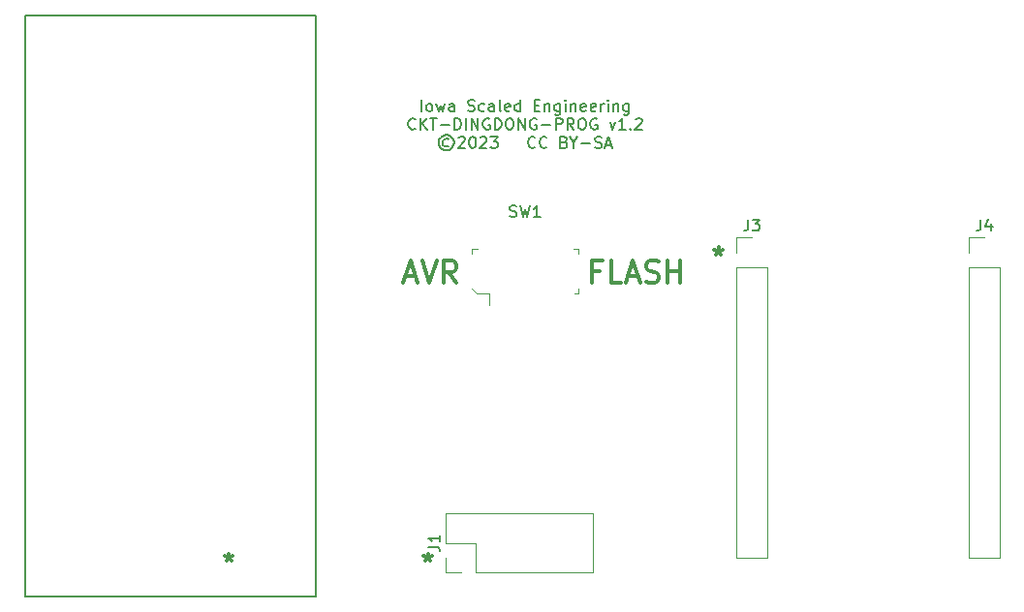
<source format=gto>
G04 #@! TF.GenerationSoftware,KiCad,Pcbnew,6.0.2+dfsg-1*
G04 #@! TF.CreationDate,2023-12-10T15:56:56-07:00*
G04 #@! TF.ProjectId,ckt-dingdong-prog,636b742d-6469-46e6-9764-6f6e672d7072,rev?*
G04 #@! TF.SameCoordinates,Original*
G04 #@! TF.FileFunction,Legend,Top*
G04 #@! TF.FilePolarity,Positive*
%FSLAX46Y46*%
G04 Gerber Fmt 4.6, Leading zero omitted, Abs format (unit mm)*
G04 Created by KiCad (PCBNEW 6.0.2+dfsg-1) date 2023-12-10 15:56:56*
%MOMM*%
%LPD*%
G01*
G04 APERTURE LIST*
%ADD10C,0.150000*%
%ADD11C,0.300000*%
%ADD12C,0.304800*%
%ADD13C,0.120000*%
%ADD14C,0.100000*%
G04 APERTURE END LIST*
D10*
X50800000Y-68199000D02*
X76200000Y-68199000D01*
X76200000Y-68199000D02*
X76200000Y-118999000D01*
X76200000Y-118999000D02*
X50800000Y-118999000D01*
X50800000Y-118999000D02*
X50800000Y-68199000D01*
D11*
X111379000Y-88459571D02*
X111379000Y-88816714D01*
X111021857Y-88673857D02*
X111379000Y-88816714D01*
X111736142Y-88673857D01*
X111164714Y-89102428D02*
X111379000Y-88816714D01*
X111593285Y-89102428D01*
D12*
X100981691Y-90541928D02*
X100346691Y-90541928D01*
X100346691Y-91539785D02*
X100346691Y-89634785D01*
X101253834Y-89634785D01*
X102886691Y-91539785D02*
X101979548Y-91539785D01*
X101979548Y-89634785D01*
X103430977Y-90995500D02*
X104338120Y-90995500D01*
X103249548Y-91539785D02*
X103884548Y-89634785D01*
X104519548Y-91539785D01*
X105063834Y-91449071D02*
X105335977Y-91539785D01*
X105789548Y-91539785D01*
X105970977Y-91449071D01*
X106061691Y-91358357D01*
X106152405Y-91176928D01*
X106152405Y-90995500D01*
X106061691Y-90814071D01*
X105970977Y-90723357D01*
X105789548Y-90632642D01*
X105426691Y-90541928D01*
X105245262Y-90451214D01*
X105154548Y-90360500D01*
X105063834Y-90179071D01*
X105063834Y-89997642D01*
X105154548Y-89816214D01*
X105245262Y-89725500D01*
X105426691Y-89634785D01*
X105880262Y-89634785D01*
X106152405Y-89725500D01*
X106968834Y-91539785D02*
X106968834Y-89634785D01*
X106968834Y-90541928D02*
X108057405Y-90541928D01*
X108057405Y-91539785D02*
X108057405Y-89634785D01*
D11*
X85979000Y-115256571D02*
X85979000Y-115613714D01*
X85621857Y-115470857D02*
X85979000Y-115613714D01*
X86336142Y-115470857D01*
X85764714Y-115899428D02*
X85979000Y-115613714D01*
X86193285Y-115899428D01*
D10*
X85440380Y-76566380D02*
X85440380Y-75566380D01*
X86059428Y-76566380D02*
X85964190Y-76518761D01*
X85916571Y-76471142D01*
X85868952Y-76375904D01*
X85868952Y-76090190D01*
X85916571Y-75994952D01*
X85964190Y-75947333D01*
X86059428Y-75899714D01*
X86202285Y-75899714D01*
X86297523Y-75947333D01*
X86345142Y-75994952D01*
X86392761Y-76090190D01*
X86392761Y-76375904D01*
X86345142Y-76471142D01*
X86297523Y-76518761D01*
X86202285Y-76566380D01*
X86059428Y-76566380D01*
X86726095Y-75899714D02*
X86916571Y-76566380D01*
X87107047Y-76090190D01*
X87297523Y-76566380D01*
X87488000Y-75899714D01*
X88297523Y-76566380D02*
X88297523Y-76042571D01*
X88249904Y-75947333D01*
X88154666Y-75899714D01*
X87964190Y-75899714D01*
X87868952Y-75947333D01*
X88297523Y-76518761D02*
X88202285Y-76566380D01*
X87964190Y-76566380D01*
X87868952Y-76518761D01*
X87821333Y-76423523D01*
X87821333Y-76328285D01*
X87868952Y-76233047D01*
X87964190Y-76185428D01*
X88202285Y-76185428D01*
X88297523Y-76137809D01*
X89488000Y-76518761D02*
X89630857Y-76566380D01*
X89868952Y-76566380D01*
X89964190Y-76518761D01*
X90011809Y-76471142D01*
X90059428Y-76375904D01*
X90059428Y-76280666D01*
X90011809Y-76185428D01*
X89964190Y-76137809D01*
X89868952Y-76090190D01*
X89678476Y-76042571D01*
X89583238Y-75994952D01*
X89535619Y-75947333D01*
X89488000Y-75852095D01*
X89488000Y-75756857D01*
X89535619Y-75661619D01*
X89583238Y-75614000D01*
X89678476Y-75566380D01*
X89916571Y-75566380D01*
X90059428Y-75614000D01*
X90916571Y-76518761D02*
X90821333Y-76566380D01*
X90630857Y-76566380D01*
X90535619Y-76518761D01*
X90488000Y-76471142D01*
X90440380Y-76375904D01*
X90440380Y-76090190D01*
X90488000Y-75994952D01*
X90535619Y-75947333D01*
X90630857Y-75899714D01*
X90821333Y-75899714D01*
X90916571Y-75947333D01*
X91773714Y-76566380D02*
X91773714Y-76042571D01*
X91726095Y-75947333D01*
X91630857Y-75899714D01*
X91440380Y-75899714D01*
X91345142Y-75947333D01*
X91773714Y-76518761D02*
X91678476Y-76566380D01*
X91440380Y-76566380D01*
X91345142Y-76518761D01*
X91297523Y-76423523D01*
X91297523Y-76328285D01*
X91345142Y-76233047D01*
X91440380Y-76185428D01*
X91678476Y-76185428D01*
X91773714Y-76137809D01*
X92392761Y-76566380D02*
X92297523Y-76518761D01*
X92249904Y-76423523D01*
X92249904Y-75566380D01*
X93154666Y-76518761D02*
X93059428Y-76566380D01*
X92868952Y-76566380D01*
X92773714Y-76518761D01*
X92726095Y-76423523D01*
X92726095Y-76042571D01*
X92773714Y-75947333D01*
X92868952Y-75899714D01*
X93059428Y-75899714D01*
X93154666Y-75947333D01*
X93202285Y-76042571D01*
X93202285Y-76137809D01*
X92726095Y-76233047D01*
X94059428Y-76566380D02*
X94059428Y-75566380D01*
X94059428Y-76518761D02*
X93964190Y-76566380D01*
X93773714Y-76566380D01*
X93678476Y-76518761D01*
X93630857Y-76471142D01*
X93583238Y-76375904D01*
X93583238Y-76090190D01*
X93630857Y-75994952D01*
X93678476Y-75947333D01*
X93773714Y-75899714D01*
X93964190Y-75899714D01*
X94059428Y-75947333D01*
X95297523Y-76042571D02*
X95630857Y-76042571D01*
X95773714Y-76566380D02*
X95297523Y-76566380D01*
X95297523Y-75566380D01*
X95773714Y-75566380D01*
X96202285Y-75899714D02*
X96202285Y-76566380D01*
X96202285Y-75994952D02*
X96249904Y-75947333D01*
X96345142Y-75899714D01*
X96488000Y-75899714D01*
X96583238Y-75947333D01*
X96630857Y-76042571D01*
X96630857Y-76566380D01*
X97535619Y-75899714D02*
X97535619Y-76709238D01*
X97488000Y-76804476D01*
X97440380Y-76852095D01*
X97345142Y-76899714D01*
X97202285Y-76899714D01*
X97107047Y-76852095D01*
X97535619Y-76518761D02*
X97440380Y-76566380D01*
X97249904Y-76566380D01*
X97154666Y-76518761D01*
X97107047Y-76471142D01*
X97059428Y-76375904D01*
X97059428Y-76090190D01*
X97107047Y-75994952D01*
X97154666Y-75947333D01*
X97249904Y-75899714D01*
X97440380Y-75899714D01*
X97535619Y-75947333D01*
X98011809Y-76566380D02*
X98011809Y-75899714D01*
X98011809Y-75566380D02*
X97964190Y-75614000D01*
X98011809Y-75661619D01*
X98059428Y-75614000D01*
X98011809Y-75566380D01*
X98011809Y-75661619D01*
X98488000Y-75899714D02*
X98488000Y-76566380D01*
X98488000Y-75994952D02*
X98535619Y-75947333D01*
X98630857Y-75899714D01*
X98773714Y-75899714D01*
X98868952Y-75947333D01*
X98916571Y-76042571D01*
X98916571Y-76566380D01*
X99773714Y-76518761D02*
X99678476Y-76566380D01*
X99488000Y-76566380D01*
X99392761Y-76518761D01*
X99345142Y-76423523D01*
X99345142Y-76042571D01*
X99392761Y-75947333D01*
X99488000Y-75899714D01*
X99678476Y-75899714D01*
X99773714Y-75947333D01*
X99821333Y-76042571D01*
X99821333Y-76137809D01*
X99345142Y-76233047D01*
X100630857Y-76518761D02*
X100535619Y-76566380D01*
X100345142Y-76566380D01*
X100249904Y-76518761D01*
X100202285Y-76423523D01*
X100202285Y-76042571D01*
X100249904Y-75947333D01*
X100345142Y-75899714D01*
X100535619Y-75899714D01*
X100630857Y-75947333D01*
X100678476Y-76042571D01*
X100678476Y-76137809D01*
X100202285Y-76233047D01*
X101107047Y-76566380D02*
X101107047Y-75899714D01*
X101107047Y-76090190D02*
X101154666Y-75994952D01*
X101202285Y-75947333D01*
X101297523Y-75899714D01*
X101392761Y-75899714D01*
X101726095Y-76566380D02*
X101726095Y-75899714D01*
X101726095Y-75566380D02*
X101678476Y-75614000D01*
X101726095Y-75661619D01*
X101773714Y-75614000D01*
X101726095Y-75566380D01*
X101726095Y-75661619D01*
X102202285Y-75899714D02*
X102202285Y-76566380D01*
X102202285Y-75994952D02*
X102249904Y-75947333D01*
X102345142Y-75899714D01*
X102488000Y-75899714D01*
X102583238Y-75947333D01*
X102630857Y-76042571D01*
X102630857Y-76566380D01*
X103535619Y-75899714D02*
X103535619Y-76709238D01*
X103488000Y-76804476D01*
X103440380Y-76852095D01*
X103345142Y-76899714D01*
X103202285Y-76899714D01*
X103107047Y-76852095D01*
X103535619Y-76518761D02*
X103440380Y-76566380D01*
X103249904Y-76566380D01*
X103154666Y-76518761D01*
X103107047Y-76471142D01*
X103059428Y-76375904D01*
X103059428Y-76090190D01*
X103107047Y-75994952D01*
X103154666Y-75947333D01*
X103249904Y-75899714D01*
X103440380Y-75899714D01*
X103535619Y-75947333D01*
X84892761Y-78081142D02*
X84845142Y-78128761D01*
X84702285Y-78176380D01*
X84607047Y-78176380D01*
X84464190Y-78128761D01*
X84368952Y-78033523D01*
X84321333Y-77938285D01*
X84273714Y-77747809D01*
X84273714Y-77604952D01*
X84321333Y-77414476D01*
X84368952Y-77319238D01*
X84464190Y-77224000D01*
X84607047Y-77176380D01*
X84702285Y-77176380D01*
X84845142Y-77224000D01*
X84892761Y-77271619D01*
X85321333Y-78176380D02*
X85321333Y-77176380D01*
X85892761Y-78176380D02*
X85464190Y-77604952D01*
X85892761Y-77176380D02*
X85321333Y-77747809D01*
X86178476Y-77176380D02*
X86749904Y-77176380D01*
X86464190Y-78176380D02*
X86464190Y-77176380D01*
X87083238Y-77795428D02*
X87845142Y-77795428D01*
X88321333Y-78176380D02*
X88321333Y-77176380D01*
X88559428Y-77176380D01*
X88702285Y-77224000D01*
X88797523Y-77319238D01*
X88845142Y-77414476D01*
X88892761Y-77604952D01*
X88892761Y-77747809D01*
X88845142Y-77938285D01*
X88797523Y-78033523D01*
X88702285Y-78128761D01*
X88559428Y-78176380D01*
X88321333Y-78176380D01*
X89321333Y-78176380D02*
X89321333Y-77176380D01*
X89797523Y-78176380D02*
X89797523Y-77176380D01*
X90368952Y-78176380D01*
X90368952Y-77176380D01*
X91368952Y-77224000D02*
X91273714Y-77176380D01*
X91130857Y-77176380D01*
X90988000Y-77224000D01*
X90892761Y-77319238D01*
X90845142Y-77414476D01*
X90797523Y-77604952D01*
X90797523Y-77747809D01*
X90845142Y-77938285D01*
X90892761Y-78033523D01*
X90988000Y-78128761D01*
X91130857Y-78176380D01*
X91226095Y-78176380D01*
X91368952Y-78128761D01*
X91416571Y-78081142D01*
X91416571Y-77747809D01*
X91226095Y-77747809D01*
X91845142Y-78176380D02*
X91845142Y-77176380D01*
X92083238Y-77176380D01*
X92226095Y-77224000D01*
X92321333Y-77319238D01*
X92368952Y-77414476D01*
X92416571Y-77604952D01*
X92416571Y-77747809D01*
X92368952Y-77938285D01*
X92321333Y-78033523D01*
X92226095Y-78128761D01*
X92083238Y-78176380D01*
X91845142Y-78176380D01*
X93035619Y-77176380D02*
X93226095Y-77176380D01*
X93321333Y-77224000D01*
X93416571Y-77319238D01*
X93464190Y-77509714D01*
X93464190Y-77843047D01*
X93416571Y-78033523D01*
X93321333Y-78128761D01*
X93226095Y-78176380D01*
X93035619Y-78176380D01*
X92940380Y-78128761D01*
X92845142Y-78033523D01*
X92797523Y-77843047D01*
X92797523Y-77509714D01*
X92845142Y-77319238D01*
X92940380Y-77224000D01*
X93035619Y-77176380D01*
X93892761Y-78176380D02*
X93892761Y-77176380D01*
X94464190Y-78176380D01*
X94464190Y-77176380D01*
X95464190Y-77224000D02*
X95368952Y-77176380D01*
X95226095Y-77176380D01*
X95083238Y-77224000D01*
X94987999Y-77319238D01*
X94940380Y-77414476D01*
X94892761Y-77604952D01*
X94892761Y-77747809D01*
X94940380Y-77938285D01*
X94987999Y-78033523D01*
X95083238Y-78128761D01*
X95226095Y-78176380D01*
X95321333Y-78176380D01*
X95464190Y-78128761D01*
X95511809Y-78081142D01*
X95511809Y-77747809D01*
X95321333Y-77747809D01*
X95940380Y-77795428D02*
X96702285Y-77795428D01*
X97178476Y-78176380D02*
X97178476Y-77176380D01*
X97559428Y-77176380D01*
X97654666Y-77224000D01*
X97702285Y-77271619D01*
X97749904Y-77366857D01*
X97749904Y-77509714D01*
X97702285Y-77604952D01*
X97654666Y-77652571D01*
X97559428Y-77700190D01*
X97178476Y-77700190D01*
X98749904Y-78176380D02*
X98416571Y-77700190D01*
X98178476Y-78176380D02*
X98178476Y-77176380D01*
X98559428Y-77176380D01*
X98654666Y-77224000D01*
X98702285Y-77271619D01*
X98749904Y-77366857D01*
X98749904Y-77509714D01*
X98702285Y-77604952D01*
X98654666Y-77652571D01*
X98559428Y-77700190D01*
X98178476Y-77700190D01*
X99368952Y-77176380D02*
X99559428Y-77176380D01*
X99654666Y-77224000D01*
X99749904Y-77319238D01*
X99797523Y-77509714D01*
X99797523Y-77843047D01*
X99749904Y-78033523D01*
X99654666Y-78128761D01*
X99559428Y-78176380D01*
X99368952Y-78176380D01*
X99273714Y-78128761D01*
X99178476Y-78033523D01*
X99130857Y-77843047D01*
X99130857Y-77509714D01*
X99178476Y-77319238D01*
X99273714Y-77224000D01*
X99368952Y-77176380D01*
X100749904Y-77224000D02*
X100654666Y-77176380D01*
X100511809Y-77176380D01*
X100368952Y-77224000D01*
X100273714Y-77319238D01*
X100226095Y-77414476D01*
X100178476Y-77604952D01*
X100178476Y-77747809D01*
X100226095Y-77938285D01*
X100273714Y-78033523D01*
X100368952Y-78128761D01*
X100511809Y-78176380D01*
X100607047Y-78176380D01*
X100749904Y-78128761D01*
X100797523Y-78081142D01*
X100797523Y-77747809D01*
X100607047Y-77747809D01*
X101892761Y-77509714D02*
X102130857Y-78176380D01*
X102368952Y-77509714D01*
X103273714Y-78176380D02*
X102702285Y-78176380D01*
X102988000Y-78176380D02*
X102988000Y-77176380D01*
X102892761Y-77319238D01*
X102797523Y-77414476D01*
X102702285Y-77462095D01*
X103702285Y-78081142D02*
X103749904Y-78128761D01*
X103702285Y-78176380D01*
X103654666Y-78128761D01*
X103702285Y-78081142D01*
X103702285Y-78176380D01*
X104130857Y-77271619D02*
X104178476Y-77224000D01*
X104273714Y-77176380D01*
X104511809Y-77176380D01*
X104607047Y-77224000D01*
X104654666Y-77271619D01*
X104702285Y-77366857D01*
X104702285Y-77462095D01*
X104654666Y-77604952D01*
X104083238Y-78176380D01*
X104702285Y-78176380D01*
X87797523Y-79024476D02*
X87702285Y-78976857D01*
X87511809Y-78976857D01*
X87416571Y-79024476D01*
X87321333Y-79119714D01*
X87273714Y-79214952D01*
X87273714Y-79405428D01*
X87321333Y-79500666D01*
X87416571Y-79595904D01*
X87511809Y-79643523D01*
X87702285Y-79643523D01*
X87797523Y-79595904D01*
X87607047Y-78643523D02*
X87368952Y-78691142D01*
X87130857Y-78834000D01*
X86988000Y-79072095D01*
X86940380Y-79310190D01*
X86988000Y-79548285D01*
X87130857Y-79786380D01*
X87368952Y-79929238D01*
X87607047Y-79976857D01*
X87845142Y-79929238D01*
X88083238Y-79786380D01*
X88226095Y-79548285D01*
X88273714Y-79310190D01*
X88226095Y-79072095D01*
X88083238Y-78834000D01*
X87845142Y-78691142D01*
X87607047Y-78643523D01*
X88654666Y-78881619D02*
X88702285Y-78834000D01*
X88797523Y-78786380D01*
X89035619Y-78786380D01*
X89130857Y-78834000D01*
X89178476Y-78881619D01*
X89226095Y-78976857D01*
X89226095Y-79072095D01*
X89178476Y-79214952D01*
X88607047Y-79786380D01*
X89226095Y-79786380D01*
X89845142Y-78786380D02*
X89940380Y-78786380D01*
X90035619Y-78834000D01*
X90083238Y-78881619D01*
X90130857Y-78976857D01*
X90178476Y-79167333D01*
X90178476Y-79405428D01*
X90130857Y-79595904D01*
X90083238Y-79691142D01*
X90035619Y-79738761D01*
X89940380Y-79786380D01*
X89845142Y-79786380D01*
X89749904Y-79738761D01*
X89702285Y-79691142D01*
X89654666Y-79595904D01*
X89607047Y-79405428D01*
X89607047Y-79167333D01*
X89654666Y-78976857D01*
X89702285Y-78881619D01*
X89749904Y-78834000D01*
X89845142Y-78786380D01*
X90559428Y-78881619D02*
X90607047Y-78834000D01*
X90702285Y-78786380D01*
X90940380Y-78786380D01*
X91035619Y-78834000D01*
X91083238Y-78881619D01*
X91130857Y-78976857D01*
X91130857Y-79072095D01*
X91083238Y-79214952D01*
X90511809Y-79786380D01*
X91130857Y-79786380D01*
X91464190Y-78786380D02*
X92083238Y-78786380D01*
X91749904Y-79167333D01*
X91892761Y-79167333D01*
X91988000Y-79214952D01*
X92035619Y-79262571D01*
X92083238Y-79357809D01*
X92083238Y-79595904D01*
X92035619Y-79691142D01*
X91988000Y-79738761D01*
X91892761Y-79786380D01*
X91607047Y-79786380D01*
X91511809Y-79738761D01*
X91464190Y-79691142D01*
X95368952Y-79691142D02*
X95321333Y-79738761D01*
X95178476Y-79786380D01*
X95083238Y-79786380D01*
X94940380Y-79738761D01*
X94845142Y-79643523D01*
X94797523Y-79548285D01*
X94749904Y-79357809D01*
X94749904Y-79214952D01*
X94797523Y-79024476D01*
X94845142Y-78929238D01*
X94940380Y-78834000D01*
X95083238Y-78786380D01*
X95178476Y-78786380D01*
X95321333Y-78834000D01*
X95368952Y-78881619D01*
X96368952Y-79691142D02*
X96321333Y-79738761D01*
X96178476Y-79786380D01*
X96083238Y-79786380D01*
X95940380Y-79738761D01*
X95845142Y-79643523D01*
X95797523Y-79548285D01*
X95749904Y-79357809D01*
X95749904Y-79214952D01*
X95797523Y-79024476D01*
X95845142Y-78929238D01*
X95940380Y-78834000D01*
X96083238Y-78786380D01*
X96178476Y-78786380D01*
X96321333Y-78834000D01*
X96368952Y-78881619D01*
X97892761Y-79262571D02*
X98035619Y-79310190D01*
X98083238Y-79357809D01*
X98130857Y-79453047D01*
X98130857Y-79595904D01*
X98083238Y-79691142D01*
X98035619Y-79738761D01*
X97940380Y-79786380D01*
X97559428Y-79786380D01*
X97559428Y-78786380D01*
X97892761Y-78786380D01*
X97988000Y-78834000D01*
X98035619Y-78881619D01*
X98083238Y-78976857D01*
X98083238Y-79072095D01*
X98035619Y-79167333D01*
X97988000Y-79214952D01*
X97892761Y-79262571D01*
X97559428Y-79262571D01*
X98749904Y-79310190D02*
X98749904Y-79786380D01*
X98416571Y-78786380D02*
X98749904Y-79310190D01*
X99083238Y-78786380D01*
X99416571Y-79405428D02*
X100178476Y-79405428D01*
X100607047Y-79738761D02*
X100749904Y-79786380D01*
X100988000Y-79786380D01*
X101083238Y-79738761D01*
X101130857Y-79691142D01*
X101178476Y-79595904D01*
X101178476Y-79500666D01*
X101130857Y-79405428D01*
X101083238Y-79357809D01*
X100988000Y-79310190D01*
X100797523Y-79262571D01*
X100702285Y-79214952D01*
X100654666Y-79167333D01*
X100607047Y-79072095D01*
X100607047Y-78976857D01*
X100654666Y-78881619D01*
X100702285Y-78834000D01*
X100797523Y-78786380D01*
X101035619Y-78786380D01*
X101178476Y-78834000D01*
X101559428Y-79500666D02*
X102035619Y-79500666D01*
X101464190Y-79786380D02*
X101797523Y-78786380D01*
X102130857Y-79786380D01*
D11*
X68580000Y-115256571D02*
X68580000Y-115613714D01*
X68222857Y-115470857D02*
X68580000Y-115613714D01*
X68937142Y-115470857D01*
X68365714Y-115899428D02*
X68580000Y-115613714D01*
X68794285Y-115899428D01*
D12*
X84021022Y-90995500D02*
X84928165Y-90995500D01*
X83839594Y-91539785D02*
X84474594Y-89634785D01*
X85109594Y-91539785D01*
X85472451Y-89634785D02*
X86107451Y-91539785D01*
X86742451Y-89634785D01*
X88466022Y-91539785D02*
X87831022Y-90632642D01*
X87377451Y-91539785D02*
X87377451Y-89634785D01*
X88103165Y-89634785D01*
X88284594Y-89725500D01*
X88375308Y-89816214D01*
X88466022Y-89997642D01*
X88466022Y-90269785D01*
X88375308Y-90451214D01*
X88284594Y-90541928D01*
X88103165Y-90632642D01*
X87377451Y-90632642D01*
D10*
X86027380Y-114638333D02*
X86741666Y-114638333D01*
X86884523Y-114685952D01*
X86979761Y-114781190D01*
X87027380Y-114924047D01*
X87027380Y-115019285D01*
X87027380Y-113638333D02*
X87027380Y-114209761D01*
X87027380Y-113924047D02*
X86027380Y-113924047D01*
X86170238Y-114019285D01*
X86265476Y-114114523D01*
X86313095Y-114209761D01*
X134286666Y-86022380D02*
X134286666Y-86736666D01*
X134239047Y-86879523D01*
X134143809Y-86974761D01*
X134000952Y-87022380D01*
X133905714Y-87022380D01*
X135191428Y-86355714D02*
X135191428Y-87022380D01*
X134953333Y-85974761D02*
X134715238Y-86689047D01*
X135334285Y-86689047D01*
X113966666Y-86022380D02*
X113966666Y-86736666D01*
X113919047Y-86879523D01*
X113823809Y-86974761D01*
X113680952Y-87022380D01*
X113585714Y-87022380D01*
X114347619Y-86022380D02*
X114966666Y-86022380D01*
X114633333Y-86403333D01*
X114776190Y-86403333D01*
X114871428Y-86450952D01*
X114919047Y-86498571D01*
X114966666Y-86593809D01*
X114966666Y-86831904D01*
X114919047Y-86927142D01*
X114871428Y-86974761D01*
X114776190Y-87022380D01*
X114490476Y-87022380D01*
X114395238Y-86974761D01*
X114347619Y-86927142D01*
X93154666Y-85755761D02*
X93297523Y-85803380D01*
X93535619Y-85803380D01*
X93630857Y-85755761D01*
X93678476Y-85708142D01*
X93726095Y-85612904D01*
X93726095Y-85517666D01*
X93678476Y-85422428D01*
X93630857Y-85374809D01*
X93535619Y-85327190D01*
X93345142Y-85279571D01*
X93249904Y-85231952D01*
X93202285Y-85184333D01*
X93154666Y-85089095D01*
X93154666Y-84993857D01*
X93202285Y-84898619D01*
X93249904Y-84851000D01*
X93345142Y-84803380D01*
X93583238Y-84803380D01*
X93726095Y-84851000D01*
X94059428Y-84803380D02*
X94297523Y-85803380D01*
X94488000Y-85089095D01*
X94678476Y-85803380D01*
X94916571Y-84803380D01*
X95821333Y-85803380D02*
X95249904Y-85803380D01*
X95535619Y-85803380D02*
X95535619Y-84803380D01*
X95440380Y-84946238D01*
X95345142Y-85041476D01*
X95249904Y-85089095D01*
D13*
X87575000Y-114305000D02*
X87575000Y-111705000D01*
X90175000Y-116905000D02*
X100395000Y-116905000D01*
X90175000Y-114305000D02*
X87575000Y-114305000D01*
X87575000Y-116905000D02*
X87575000Y-115575000D01*
X90175000Y-116905000D02*
X90175000Y-114305000D01*
X88905000Y-116905000D02*
X87575000Y-116905000D01*
X100395000Y-116905000D02*
X100395000Y-111705000D01*
X87575000Y-111705000D02*
X100395000Y-111705000D01*
X135950000Y-90170000D02*
X135950000Y-115630000D01*
X133290000Y-115630000D02*
X135950000Y-115630000D01*
X133290000Y-88900000D02*
X133290000Y-87570000D01*
X133290000Y-90170000D02*
X133290000Y-115630000D01*
X133290000Y-87570000D02*
X134620000Y-87570000D01*
X133290000Y-90170000D02*
X135950000Y-90170000D01*
X112970000Y-88900000D02*
X112970000Y-87570000D01*
X112970000Y-90170000D02*
X112970000Y-115630000D01*
X112970000Y-115630000D02*
X115630000Y-115630000D01*
X112970000Y-87570000D02*
X114300000Y-87570000D01*
X115630000Y-90170000D02*
X115630000Y-115630000D01*
X112970000Y-90170000D02*
X115630000Y-90170000D01*
D14*
X89863000Y-92101000D02*
X90213000Y-92476000D01*
X99113000Y-92101000D02*
X99113000Y-92476000D01*
X89863000Y-88626000D02*
X89863000Y-89026000D01*
X98713000Y-88626000D02*
X99113000Y-88626000D01*
X91313000Y-92476000D02*
X91313000Y-93526000D01*
X90338000Y-88626000D02*
X89863000Y-88626000D01*
X99113000Y-88626000D02*
X99113000Y-89001000D01*
X90213000Y-92476000D02*
X91313000Y-92476000D01*
X99113000Y-92476000D02*
X98763000Y-92476000D01*
M02*

</source>
